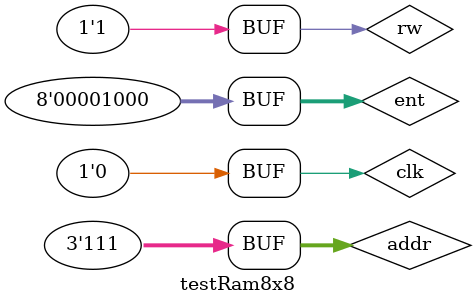
<source format=v>

`include"ram4x8.v"

module demux8b(output[7:0] s0, output[7:0] s1, input[7:0] demux, input chave);
	reg[7:0] s0, s1;
	always@(demux or chave)
	begin
		case(chave)
			1'b0 : s0 = demux; 
			1'b1 : s1 = demux;
		endcase
	end
endmodule

module demux(output s0, output s1, input dmux, input chave);
	reg s0, s1;
	always@(chave or dmux)
	begin
		case(chave)
			1'b0 : begin s0 = dmux; s1 = ~dmux; end
			1'b1 : begin s1 = dmux; s0 = ~dmux; end
		endcase
	end
endmodule

module mux8b(output[7:0] s, input[7:0] e0, input[7:0] e1, input chave);
	reg[7:0] s;
	always@(chave or e0 or e1)
	begin
		case(chave)
			1'b0 : s = e0; 
			1'b1 : s = e1;
		endcase
	end
endmodule

module ram8x8(output[7:0] s, input[2:0] addr, input rw, input clk, input[7:0] ent);
	wire c0, c1;
	wire[7:0] s0, s1, e0, e1;
	
	demux8b DEMUX8B(e0, e1, ent, addr[2]);
	demux DEMUX(c0, c1, clk, addr[2]);
	
	ram4x8 RAM4X8_0(s0, addr[1:0], rw, c0, e0);
	ram4x8 RAM4X8_1(s1, addr[1:0], rw, c1, e1);
	
	mux8b MUX8B(s, s0, s1, addr[2]);
endmodule

module testRam8x8;
	wire[7:0] s;
	reg[7:0] ent;
	reg[2:0] addr;
	reg rw, clk;
	
	ram8x8 RAM8X8(s, addr, rw, clk, ent);
	initial begin
		$display("Exercicio05 - Átila Martins Silva Júnior - 449014");
		
		ent = 8'b00000000; addr = 3'b000; rw = 1; clk = 0;
		
		$monitor("input: %b addr: %b output: %b", ent, addr, s);
		#4ent = 8'b00000001; clk = 1;
		#4clk = 0;
		ent = 8'b00000010; addr = 3'b001; clk = 1; 
		#4clk = 0;
		ent = 8'b00000011; addr = 3'b010; clk = 1; 
		#4clk = 0; 
		ent = 8'b00000100; addr = 3'b011; clk = 1; 
		#4clk = 0;
		ent = 8'b00000101; addr = 3'b100; clk = 1; 
		#4clk = 0;
		ent = 8'b00000110; addr = 3'b101; clk = 1; 
		#4clk = 0;
		ent = 8'b00000111; addr = 3'b110; clk = 1; 
		#4clk = 0;
		ent = 8'b00001000; addr = 3'b111; clk = 1; 
		#4clk = 0;
	end
endmodule
</source>
